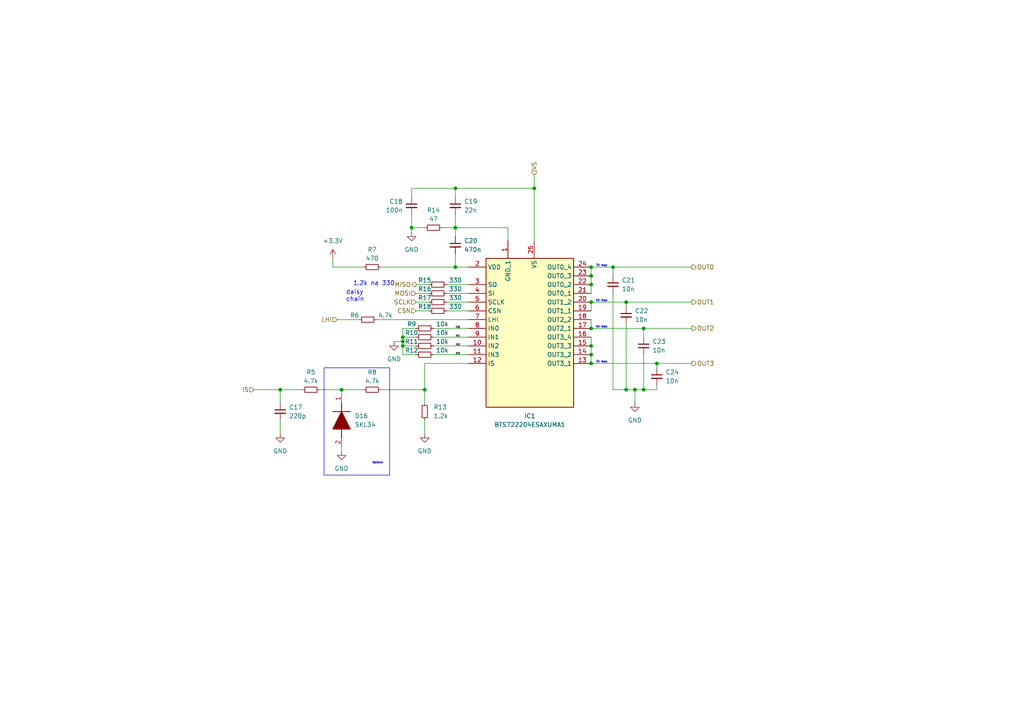
<source format=kicad_sch>
(kicad_sch (version 20231120) (generator "eeschema") (generator_version "8.0")
  (paper "A4")
  (lib_symbols
    (symbol "BTS722204ESAXUMA1_1"
      (property "Reference" "IC1" (at 17.78 -43.18 0))
      (property "Value" "BTS722204ESAXUMA1" (at 17.78 -45.72 0))
      (symbol "BTS722204ESAXUMA1_1_1_1"
        (rectangle (start 5.08 2.54) (end 30.48 -40.64) (stroke (width 0.254)) (fill (type background)))
        (pin passive line (at 11.43 7.62 270) (length 5.08) (name "GND_1") (number "1"))
        (pin passive line (at 0 -22.86 0) (length 5.08) (name "IN2") (number "10"))
        (pin passive line (at 0 -25.4 0) (length 5.08) (name "IN3") (number "11"))
        (pin passive line (at 0 -27.94 0) (length 5.08) (name "IS") (number "12"))
        (pin passive line (at 35.56 -27.94 180) (length 5.08) (name "OUT3_1") (number "13"))
        (pin passive line (at 35.56 -25.4 180) (length 5.08) (name "OUT3_2") (number "14"))
        (pin passive line (at 35.56 -22.86 180) (length 5.08) (name "OUT3_3") (number "15"))
        (pin passive line (at 35.56 -20.32 180) (length 5.08) (name "OUT3_4") (number "16"))
        (pin passive line (at 35.56 -17.78 180) (length 5.08) (name "OUT2_1") (number "17"))
        (pin passive line (at 35.56 -15.24 180) (length 5.08) (name "OUT2_2") (number "18"))
        (pin passive line (at 35.56 -12.7 180) (length 5.08) (name "OUT1_1") (number "19"))
        (pin passive line (at 0 0 0) (length 5.08) (name "VDD") (number "2"))
        (pin passive line (at 35.56 -10.16 180) (length 5.08) (name "OUT1_2") (number "20"))
        (pin passive line (at 35.56 -7.62 180) (length 5.08) (name "OUT0_1") (number "21"))
        (pin passive line (at 35.56 -5.08 180) (length 5.08) (name "OUT0_2") (number "22"))
        (pin passive line (at 35.56 -2.54 180) (length 5.08) (name "OUT0_3") (number "23"))
        (pin passive line (at 35.56 0 180) (length 5.08) (name "OUT0_4") (number "24"))
        (pin passive line (at 19.05 7.62 270) (length 5.08) (name "VS") (number "25"))
        (pin passive line (at 0 -5.08 0) (length 5.08) (name "SO") (number "3"))
        (pin passive line (at 0 -7.62 0) (length 5.08) (name "SI") (number "4"))
        (pin passive line (at 0 -10.16 0) (length 5.08) (name "SCLK") (number "5"))
        (pin passive line (at 0 -12.7 0) (length 5.08) (name "CSN") (number "6"))
        (pin passive line (at 0 -15.24 0) (length 5.08) (name "LHI") (number "7"))
        (pin passive line (at 0 -17.78 0) (length 5.08) (name "IN0") (number "8"))
        (pin passive line (at 0 -20.32 0) (length 5.08) (name "IN1") (number "9"))
      )
    )
    (symbol "Device:C_Small" (pin_numbers hide) (pin_names (offset 0.254) hide)
      (property "Reference" "C" (at 0.254 1.778 0))
      (property "Value" "C_Small" (at 0.254 -2.032 0))
      (symbol "C_Small_0_1"
        (polyline (pts (xy -1.524 -0.508) (xy 1.524 -0.508)) (stroke (width 0.3302)))
        (polyline (pts (xy -1.524 0.508) (xy 1.524 0.508)) (stroke (width 0.3048)))
      )
      (symbol "C_Small_1_1"
        (pin passive line (at 0 2.54 270) (length 2.032) (name "~") (number "1"))
        (pin passive line (at 0 -2.54 90) (length 2.032) (name "~") (number "2"))
      )
    )
    (symbol "Device:R_Small" (pin_numbers hide) (pin_names (offset 0.254) hide)
      (property "Reference" "R" (at 0.762 0.508 0))
      (property "Value" "R_Small" (at 0.762 -1.016 0))
      (symbol "R_Small_0_1"
        (rectangle (start -0.762 1.778) (end 0.762 -1.778) (stroke (width 0.2032)))
      )
      (symbol "R_Small_1_1"
        (pin passive line (at 0 2.54 270) (length 0.762) (name "~") (number "1"))
        (pin passive line (at 0 -2.54 90) (length 0.762) (name "~") (number "2"))
      )
    )
    (symbol "SKL34:SKL34" (pin_names hide)
      (property "Reference" "D" (at 11.43 5.08 0))
      (property "Value" "SKL34" (at 11.43 2.54 0))
      (symbol "SKL34_1_1"
        (polyline (pts (xy 2.54 0) (xy 5.08 0)) (stroke (width 0.254)))
        (polyline (pts (xy 5.08 2.54) (xy 5.08 -2.54)) (stroke (width 0.254)))
        (polyline (pts (xy 10.16 0) (xy 12.7 0)) (stroke (width 0.254)))
        (polyline (pts (xy 5.08 0) (xy 10.16 2.54) (xy 10.16 -2.54) (xy 5.08 0)) (stroke (width 0.254)) (fill (type outline)))
        (pin passive line (at 0 0 0) (length 2.54) (name "K") (number "1"))
        (pin passive line (at 15.24 0 180) (length 2.54) (name "A") (number "2"))
      )
    )
    (symbol "power:+3.3V" (power) (pin_names (offset 0))
      (property "Value" "+3.3V" (at 0 3.556 0))
      (symbol "+3.3V_0_1"
        (polyline (pts (xy -0.762 1.27) (xy 0 2.54)))
        (polyline (pts (xy 0 0) (xy 0 2.54)))
        (polyline (pts (xy 0 2.54) (xy 0.762 1.27)))
      )
      (symbol "+3.3V_1_1"
        (pin power_in line (at 0 0 90) (length 0) hide (name "+3.3V") (number "1"))
      )
    )
    (symbol "power:GND" (power) (pin_names (offset 0))
      (property "Value" "GND" (at 0 -3.81 0))
      (symbol "GND_0_1"
        (polyline (pts (xy 0 0) (xy 0 -1.27) (xy 1.27 -1.27) (xy 0 -2.54) (xy -1.27 -1.27) (xy 0 -1.27)))
      )
      (symbol "GND_1_1"
        (pin power_in line (at 0 0 270) (length 0) hide (name "GND") (number "1"))
      )
    )
  )
  (junction (at 116.84 97.79))
  (junction (at 171.45 82.55))
  (junction (at 132.08 66.04))
  (junction (at 181.61 87.63))
  (junction (at 171.45 77.47))
  (junction (at 171.45 105.41))
  (junction (at 181.61 113.03))
  (junction (at 81.28 113.03))
  (junction (at 171.45 102.87))
  (junction (at 116.84 100.33))
  (junction (at 119.38 66.04))
  (junction (at 171.45 87.63))
  (junction (at 171.45 95.25))
  (junction (at 132.08 77.47))
  (junction (at 154.94 54.61))
  (junction (at 186.69 95.25))
  (junction (at 190.5 105.41))
  (junction (at 184.15 113.03))
  (junction (at 171.45 80.01))
  (junction (at 186.69 113.03))
  (junction (at 177.8 77.47))
  (junction (at 132.08 54.61))
  (junction (at 123.19 113.03))
  (junction (at 171.45 100.33))
  (junction (at 116.84 99.06))
  (junction (at 99.06 113.03))
  (wire (pts (xy 120.65 85.09) (xy 124.46 85.09)))
  (wire (pts (xy 96.52 77.47) (xy 105.41 77.47)))
  (wire (pts (xy 184.15 113.03) (xy 186.69 113.03)))
  (wire (pts (xy 132.08 77.47) (xy 135.89 77.47)))
  (wire (pts (xy 92.71 113.03) (xy 99.06 113.03)))
  (wire (pts (xy 73.66 113.03) (xy 81.28 113.03)))
  (wire (pts (xy 119.38 66.04) (xy 123.19 66.04)))
  (wire (pts (xy 171.45 92.71) (xy 171.45 95.25)))
  (wire (pts (xy 116.84 100.33) (xy 116.84 102.87)))
  (wire (pts (xy 120.65 82.55) (xy 124.46 82.55)))
  (wire (pts (xy 125.73 97.79) (xy 135.89 97.79)))
  (wire (pts (xy 125.73 95.25) (xy 135.89 95.25)))
  (wire (pts (xy 171.45 100.33) (xy 171.45 102.87)))
  (wire (pts (xy 132.08 54.61) (xy 154.94 54.61)))
  (wire (pts (xy 181.61 88.9) (xy 181.61 87.63)))
  (wire (pts (xy 171.45 87.63) (xy 171.45 90.17)))
  (wire (pts (xy 186.69 113.03) (xy 190.5 113.03)))
  (wire (pts (xy 129.54 87.63) (xy 135.89 87.63)))
  (wire (pts (xy 181.61 93.98) (xy 181.61 113.03)))
  (wire (pts (xy 181.61 87.63) (xy 200.66 87.63)))
  (wire (pts (xy 132.08 73.66) (xy 132.08 77.47)))
  (wire (pts (xy 114.3 99.06) (xy 116.84 99.06)))
  (wire (pts (xy 190.5 111.76) (xy 190.5 113.03)))
  (wire (pts (xy 120.65 90.17) (xy 124.46 90.17)))
  (wire (pts (xy 190.5 105.41) (xy 200.66 105.41)))
  (wire (pts (xy 135.89 105.41) (xy 123.19 105.41)))
  (wire (pts (xy 132.08 62.23) (xy 132.08 66.04)))
  (wire (pts (xy 171.45 82.55) (xy 171.45 85.09)))
  (wire (pts (xy 171.45 102.87) (xy 171.45 105.41)))
  (wire (pts (xy 171.45 80.01) (xy 171.45 82.55)))
  (wire (pts (xy 171.45 87.63) (xy 181.61 87.63)))
  (wire (pts (xy 119.38 62.23) (xy 119.38 66.04)))
  (wire (pts (xy 186.69 102.87) (xy 186.69 113.03)))
  (wire (pts (xy 96.52 74.93) (xy 96.52 77.47)))
  (wire (pts (xy 154.94 50.8) (xy 154.94 54.61)))
  (wire (pts (xy 184.15 113.03) (xy 184.15 116.84)))
  (wire (pts (xy 171.45 105.41) (xy 190.5 105.41)))
  (wire (pts (xy 147.32 66.04) (xy 147.32 69.85)))
  (wire (pts (xy 116.84 95.25) (xy 116.84 97.79)))
  (wire (pts (xy 132.08 54.61) (xy 132.08 57.15)))
  (wire (pts (xy 177.8 77.47) (xy 200.66 77.47)))
  (wire (pts (xy 99.06 129.54) (xy 99.06 130.81)))
  (wire (pts (xy 81.28 113.03) (xy 81.28 116.84)))
  (wire (pts (xy 129.54 85.09) (xy 135.89 85.09)))
  (wire (pts (xy 99.06 113.03) (xy 105.41 113.03)))
  (wire (pts (xy 97.79 92.71) (xy 104.14 92.71)))
  (wire (pts (xy 110.49 113.03) (xy 123.19 113.03)))
  (wire (pts (xy 171.45 97.79) (xy 171.45 100.33)))
  (wire (pts (xy 171.45 95.25) (xy 186.69 95.25)))
  (wire (pts (xy 119.38 67.31) (xy 119.38 66.04)))
  (wire (pts (xy 132.08 66.04) (xy 128.27 66.04)))
  (wire (pts (xy 123.19 121.92) (xy 123.19 125.73)))
  (wire (pts (xy 186.69 97.79) (xy 186.69 95.25)))
  (wire (pts (xy 123.19 105.41) (xy 123.19 113.03)))
  (wire (pts (xy 110.49 77.47) (xy 132.08 77.47)))
  (wire (pts (xy 154.94 54.61) (xy 154.94 69.85)))
  (wire (pts (xy 119.38 54.61) (xy 132.08 54.61)))
  (wire (pts (xy 116.84 97.79) (xy 120.65 97.79)))
  (wire (pts (xy 129.54 90.17) (xy 135.89 90.17)))
  (wire (pts (xy 177.8 85.09) (xy 177.8 113.03)))
  (wire (pts (xy 116.84 102.87) (xy 120.65 102.87)))
  (wire (pts (xy 123.19 113.03) (xy 123.19 116.84)))
  (wire (pts (xy 99.06 114.3) (xy 99.06 113.03)))
  (wire (pts (xy 81.28 113.03) (xy 87.63 113.03)))
  (wire (pts (xy 177.8 113.03) (xy 181.61 113.03)))
  (wire (pts (xy 116.84 100.33) (xy 120.65 100.33)))
  (wire (pts (xy 125.73 100.33) (xy 135.89 100.33)))
  (wire (pts (xy 135.89 92.71) (xy 109.22 92.71)))
  (wire (pts (xy 119.38 57.15) (xy 119.38 54.61)))
  (wire (pts (xy 190.5 106.68) (xy 190.5 105.41)))
  (wire (pts (xy 81.28 121.92) (xy 81.28 125.73)))
  (wire (pts (xy 177.8 80.01) (xy 177.8 77.47)))
  (wire (pts (xy 116.84 95.25) (xy 120.65 95.25)))
  (wire (pts (xy 116.84 97.79) (xy 116.84 99.06)))
  (wire (pts (xy 171.45 77.47) (xy 171.45 80.01)))
  (wire (pts (xy 125.73 102.87) (xy 135.89 102.87)))
  (wire (pts (xy 132.08 66.04) (xy 147.32 66.04)))
  (wire (pts (xy 129.54 82.55) (xy 135.89 82.55)))
  (wire (pts (xy 120.65 87.63) (xy 124.46 87.63)))
  (wire (pts (xy 186.69 95.25) (xy 200.66 95.25)))
  (wire (pts (xy 116.84 99.06) (xy 116.84 100.33)))
  (wire (pts (xy 181.61 113.03) (xy 184.15 113.03)))
  (wire (pts (xy 132.08 66.04) (xy 132.08 68.58)))
  (wire (pts (xy 171.45 77.47) (xy 177.8 77.47)))
  (rectangle (start 93.98 106.68) (end 113.03 137.795))
  (text "7A max" (at 172.72 105.41 0) (effects (font (size 0.6 0.6)) (justify left bottom)))
  (text "Optional\n" (at 107.95 134.62 0) (effects (font (size 0.5 0.5)) (justify left bottom)))
  (text "4A max" (at 172.72 87.63 0) (effects (font (size 0.6 0.6)) (justify left bottom)))
  (text "4A max" (at 172.72 95.25 0) (effects (font (size 0.6 0.6)) (justify left bottom)))
  (text "daisy\nchain" (at 100.33 87.63 0) (effects (font (size 1.27 1.27)) (justify left bottom)))
  (text "7A max" (at 172.72 77.47 0) (effects (font (size 0.6 0.6)) (justify left bottom)))
  (text "1.2k na 330" (at 108.458 82.296 0) (effects (font (size 1.27 1.27))))
  (label "IN2" (at 132.08 100.33 0) (effects (font (size 0.5 0.5))))
  (label "IN0" (at 132.08 95.25 0) (effects (font (size 0.5 0.5))))
  (label "IN3" (at 132.08 102.87 0) (effects (font (size 0.5 0.5))))
  (label "IN1" (at 132.08 97.79 0) (effects (font (size 0.5 0.5))))
  (hierarchical_label "CSN" (shape input) (at 120.65 90.17 180))
  (hierarchical_label "MOSI" (shape input) (at 120.65 85.09 180))
  (hierarchical_label "OUT1" (shape output) (at 200.66 87.63 0))
  (hierarchical_label "VS" (shape input) (at 154.94 50.8 90))
  (hierarchical_label "OUT0" (shape output) (at 200.66 77.47 0))
  (hierarchical_label "OUT3" (shape output) (at 200.66 105.41 0))
  (hierarchical_label "OUT2" (shape output) (at 200.66 95.25 0))
  (hierarchical_label "SCLK" (shape input) (at 120.65 87.63 180))
  (hierarchical_label "IS" (shape input) (at 73.66 113.03 180))
  (hierarchical_label "LHI" (shape input) (at 97.79 92.71 180))
  (hierarchical_label "MISO" (shape output) (at 120.65 82.55 180))
  (symbol (lib_id "SKL34:SKL34") (at 99.06 114.3 270) (unit 1)
    (property "Reference" "D16" (at 102.87 120.6499 90) (effects (justify left)))
    (property "Value" "SKL34" (at 102.87 123.1899 90) (effects (justify left)))
    (property "Footprint" "SODFL3718X140N" (effects (hide yes)))
    (property "Datasheet" "http://diotec.com/tl_files/diotec/files/pdf/datasheets/skl32" (effects (hide yes)))
    (property "Description" "SMD Schottky Barrier Rectifier Diodes" (effects (hide yes)))
    (property "Height" "1.4" (effects (hide yes)))
    (property "Mouser Part Number" "637-SKL34" (effects (hide yes)))
    (property "Mouser Price/Stock" "https://www.mouser.co.uk/ProductDetail/Diotec-Semiconductor/SKL34?qs=OlC7AqGiEDlypja3QtYFUQ%3D%3D" (effects (hide yes)))
    (property "Manufacturer_Name" "Diotec" (effects (hide yes)))
    (property "Manufacturer_Part_Number" "SKL34" (effects (hide yes)))
    (instances (project "" (path "" (reference "D16") (unit 1)) (path "" (reference "D19") (unit 1)) (path "" (reference "D17") (unit 1)) (path "" (reference "D18") (unit 1))))
  )
  (symbol (lib_id "Device:R_Small") (at 127 90.17 90) (unit 1)
    (property "Reference" "R18" (at 123.19 88.9 90))
    (property "Value" "330" (at 132.08 88.9 90))
    (property "Footprint" "Resistor_SMD:R_0603_1608Metric_Pad0.98x0.95mm_HandSolder" (effects (hide yes)))
    (property "m" "560112116070" (effects (hide yes)))
    (instances (project "PUTM_EV_PDMv2_2024" (path "" (reference "R18") (unit 1)) (path "" (reference "R65") (unit 1)) (path "" (reference "R37") (unit 1)) (path "" (reference "R51") (unit 1))))
  )
  (symbol (lib_id "Device:R_Small") (at 123.19 100.33 90) (unit 1)
    (property "Reference" "R11" (at 119.38 99.06 90))
    (property "Value" "10k" (at 128.27 99.06 90))
    (property "Footprint" "Resistor_SMD:R_0603_1608Metric_Pad0.98x0.95mm_HandSolder" (effects (hide yes)))
    (property "m" "CRGH0603F10K" (effects (hide yes)))
    (instances (project "PUTM_EV_PDMv2_2024" (path "" (reference "R11") (unit 1)) (path "" (reference "R58") (unit 1)) (path "" (reference "R30") (unit 1)) (path "" (reference "R44") (unit 1))))
  )
  (symbol (lib_id "power:GND") (at 99.06 130.81 0) (unit 1)
    (property "Reference" "#PWR058" (effects (hide yes)))
    (property "Value" "GND" (at 99.06 135.89 0))
    (instances (project "" (path "" (reference "#PWR058") (unit 1)) (path "" (reference "#PWR0105") (unit 1)) (path "" (reference "#PWR044") (unit 1)) (path "" (reference "#PWR051") (unit 1))))
  )
  (symbol (lib_id "power:+3.3V") (at 96.52 74.93 0) (unit 1)
    (property "Reference" "#PWR057" (effects (hide yes)))
    (property "Value" "+3.3V" (at 96.52 69.85 0))
    (instances (project "" (path "" (reference "#PWR057") (unit 1)) (path "" (reference "#PWR0106") (unit 1)) (path "" (reference "#PWR043") (unit 1)) (path "" (reference "#PWR050") (unit 1))))
  )
  (symbol (lib_id "power:GND") (at 119.38 67.31 0) (unit 1)
    (property "Reference" "#PWR060" (effects (hide yes)))
    (property "Value" "GND" (at 119.38 72.39 0))
    (instances (project "" (path "" (reference "#PWR060") (unit 1)) (path "" (reference "#PWR0101") (unit 1)) (path "" (reference "#PWR046") (unit 1)) (path "" (reference "#PWR053") (unit 1))))
  )
  (symbol (lib_id "Device:R_Small") (at 123.19 119.38 0) (unit 1)
    (property "Reference" "R13" (at 125.73 118.11 0) (effects (justify left)))
    (property "Value" "1.2k" (at 125.73 120.65 0) (effects (justify left)))
    (property "Footprint" "Resistor_SMD:R_0603_1608Metric_Pad0.98x0.95mm_HandSolder" (effects (hide yes)))
    (property "m" "560112116070" (effects (hide yes)))
    (instances (project "PUTM_EV_PDMv2_2024" (path "" (reference "R13") (unit 1)) (path "" (reference "R60") (unit 1)) (path "" (reference "R32") (unit 1)) (path "" (reference "R46") (unit 1))))
  )
  (symbol (lib_id "power:GND") (at 81.28 125.73 0) (unit 1)
    (property "Reference" "#PWR056" (effects (hide yes)))
    (property "Value" "GND" (at 81.28 130.81 0))
    (instances (project "" (path "" (reference "#PWR056") (unit 1)) (path "" (reference "#PWR0104") (unit 1)) (path "" (reference "#PWR042") (unit 1)) (path "" (reference "#PWR049") (unit 1))))
  )
  (symbol (lib_id "Device:R_Small") (at 123.19 95.25 90) (unit 1)
    (property "Reference" "R9" (at 119.38 93.98 90))
    (property "Value" "10k" (at 128.27 93.98 90))
    (property "Footprint" "Resistor_SMD:R_0603_1608Metric_Pad0.98x0.95mm_HandSolder" (effects (hide yes)))
    (property "m" "CRGH0603F10K" (effects (hide yes)))
    (instances (project "PUTM_EV_PDMv2_2024" (path "" (reference "R9") (unit 1)) (path "" (reference "R56") (unit 1)) (path "" (reference "R28") (unit 1)) (path "" (reference "R42") (unit 1))))
  )
  (symbol (lib_id "Device:C_Small") (at 132.08 71.12 0) (unit 1)
    (property "Reference" "C20" (at 134.62 69.8563 0) (effects (justify left)))
    (property "Value" "470n" (at 134.62 72.3963 0) (effects (justify left)))
    (property "Footprint" "Capacitor_SMD:C_0603_1608Metric_Pad1.08x0.95mm_HandSolder" (effects (hide yes)))
    (property "m" "UMK107ABJ474KA-T" (effects (hide yes)))
    (instances (project "PUTM_EV_PDMv2_2024" (path "" (reference "C20") (unit 1)) (path "" (reference "C48") (unit 1)) (path "" (reference "C32") (unit 1)) (path "" (reference "C40") (unit 1))))
  )
  (symbol (lib_name "BTS722204ESAXUMA1_1") (lib_id "BTS722204ESAXUMA1:BTS722204ESAXUMA1") (at 135.89 77.47 0) (unit 1)
    (property "Reference" "IC1" (at 153.67 120.65 0))
    (property "Value" "BTS722204ESAXUMA1" (at 153.67 123.19 0))
    (property "Footprint" "SOP65P600X115-25N" (effects (hide yes)))
    (property "Datasheet" "https://www.infineon.com/dgdl/Infineon-BTS72220-4ESA-DS-v01_00-EN.pdf?fileId=5546d462636cc8fb0163feab173708d9" (effects (hide yes)))
    (property "Description" "Power Switch ICs - Power Distribution SPOC" (effects (hide yes)))
    (property "Height" "1.15" (effects (hide yes)))
    (property "Mouser Part Number" "726-BTS722204ESAXUMA" (effects (hide yes)))
    (property "Mouser Price/Stock" "https://www.mouser.co.uk/ProductDetail/Infineon-Technologies/BTS722204ESAXUMA1?qs=%252BEew9%252B0nqrBKRVYWm1E2Qg%3D%3D" (effects (hide yes)))
    (property "Manufacturer_Name" "Infineon" (effects (hide yes)))
    (property "Manufacturer_Part_Number" "BTS722204ESAXUMA1" (effects (hide yes)))
    (instances (project "" (path "" (reference "IC1") (unit 1)) (path "" (reference "IC4") (unit 1)) (path "" (reference "IC2") (unit 1)) (path "" (reference "IC3") (unit 1))))
  )
  (symbol (lib_id "power:GND") (at 114.3 99.06 0) (unit 1)
    (property "Reference" "#PWR059" (effects (hide yes)))
    (property "Value" "GND" (at 114.3 104.14 0))
    (instances (project "" (path "" (reference "#PWR059") (unit 1)) (path "" (reference "#PWR0107") (unit 1)) (path "" (reference "#PWR045") (unit 1)) (path "" (reference "#PWR052") (unit 1))))
  )
  (symbol (lib_id "Device:R_Small") (at 127 82.55 90) (unit 1)
    (property "Reference" "R15" (at 123.19 81.28 90))
    (property "Value" "330" (at 132.08 81.28 90))
    (property "Footprint" "Resistor_SMD:R_0603_1608Metric_Pad0.98x0.95mm_HandSolder" (effects (hide yes)))
    (property "m" "560112116070" (effects (hide yes)))
    (instances (project "PUTM_EV_PDMv2_2024" (path "" (reference "R15") (unit 1)) (path "" (reference "R62") (unit 1)) (path "" (reference "R34") (unit 1)) (path "" (reference "R48") (unit 1))))
  )
  (symbol (lib_id "Device:R_Small") (at 107.95 113.03 90) (unit 1)
    (property "Reference" "R8" (at 107.95 107.95 90))
    (property "Value" "4.7k" (at 107.95 110.49 90))
    (property "Footprint" "Resistor_SMD:R_0603_1608Metric_Pad0.98x0.95mm_HandSolder" (effects (hide yes)))
    (property "m" "RCC06034K70FKEA" (effects (hide yes)))
    (instances (project "PUTM_EV_PDMv2_2024" (path "" (reference "R8") (unit 1)) (path "" (reference "R55") (unit 1)) (path "" (reference "R27") (unit 1)) (path "" (reference "R41") (unit 1))))
  )
  (symbol (lib_id "Device:C_Small") (at 81.28 119.38 0) (unit 1)
    (property "Reference" "C17" (at 83.82 118.1163 0) (effects (justify left)))
    (property "Value" "220p" (at 83.82 120.6563 0) (effects (justify left)))
    (property "Footprint" "Capacitor_SMD:C_0603_1608Metric_Pad1.08x0.95mm_HandSolder" (effects (hide yes)))
    (property "m" "C0603C221M8HACTU" (effects (hide yes)))
    (instances (project "PUTM_EV_PDMv2_2024" (path "" (reference "C17") (unit 1)) (path "" (reference "C45") (unit 1)) (path "" (reference "C29") (unit 1)) (path "" (reference "C37") (unit 1))))
  )
  (symbol (lib_id "Device:R_Small") (at 125.73 66.04 90) (unit 1)
    (property "Reference" "R14" (at 125.73 60.96 90))
    (property "Value" "47" (at 125.73 63.5 90))
    (property "Footprint" "Resistor_SMD:R_0603_1608Metric_Pad0.98x0.95mm_HandSolder" (effects (hide yes)))
    (property "m" "RC0603FR-7W47RL" (effects (hide yes)))
    (instances (project "PUTM_EV_PDMv2_2024" (path "" (reference "R14") (unit 1)) (path "" (reference "R61") (unit 1)) (path "" (reference "R33") (unit 1)) (path "" (reference "R47") (unit 1))))
  )
  (symbol (lib_id "Device:C_Small") (at 119.38 59.69 0) (unit 1)
    (property "Reference" "C18" (at 116.84 58.4263 0) (effects (justify right)))
    (property "Value" "100n" (at 116.84 60.9663 0) (effects (justify right)))
    (property "Footprint" "Capacitor_SMD:C_0603_1608Metric_Pad1.08x0.95mm_HandSolder" (effects (hide yes)))
    (property "m" "C0603C104K5RAC3121" (effects (hide yes)))
    (instances (project "PUTM_EV_PDMv2_2024" (path "" (reference "C18") (unit 1)) (path "" (reference "C46") (unit 1)) (path "" (reference "C30") (unit 1)) (path "" (reference "C38") (unit 1))))
  )
  (symbol (lib_id "Device:C_Small") (at 132.08 59.69 0) (mirror y) (unit 1)
    (property "Reference" "C19" (at 134.62 58.4263 0) (effects (justify right)))
    (property "Value" "22n" (at 134.62 60.9663 0) (effects (justify right)))
    (property "Footprint" "Capacitor_SMD:C_0603_1608Metric_Pad1.08x0.95mm_HandSolder" (effects (hide yes)))
    (property "m" "C0603C223K5RACTM" (effects (hide yes)))
    (instances (project "PUTM_EV_PDMv2_2024" (path "" (reference "C19") (unit 1)) (path "" (reference "C47") (unit 1)) (path "" (reference "C31") (unit 1)) (path "" (reference "C39") (unit 1))))
  )
  (symbol (lib_id "Device:R_Small") (at 127 85.09 90) (unit 1)
    (property "Reference" "R16" (at 123.19 83.82 90))
    (property "Value" "330" (at 132.08 83.82 90))
    (property "Footprint" "Resistor_SMD:R_0603_1608Metric_Pad0.98x0.95mm_HandSolder" (effects (hide yes)))
    (property "m" "560112116070" (effects (hide yes)))
    (instances (project "PUTM_EV_PDMv2_2024" (path "" (reference "R16") (unit 1)) (path "" (reference "R63") (unit 1)) (path "" (reference "R35") (unit 1)) (path "" (reference "R49") (unit 1))))
  )
  (symbol (lib_id "Device:R_Small") (at 107.95 77.47 90) (unit 1)
    (property "Reference" "R7" (at 107.95 72.39 90))
    (property "Value" "470" (at 107.95 74.93 90))
    (property "Footprint" "Resistor_SMD:R_0603_1608Metric_Pad0.98x0.95mm_HandSolder" (effects (hide yes)))
    (property "m" "AC0603JR-7W470RL" (effects (hide yes)))
    (instances (project "PUTM_EV_PDMv2_2024" (path "" (reference "R7") (unit 1)) (path "" (reference "R54") (unit 1)) (path "" (reference "R26") (unit 1)) (path "" (reference "R40") (unit 1))))
  )
  (symbol (lib_id "power:GND") (at 184.15 116.84 0) (unit 1)
    (property "Reference" "#PWR062" (effects (hide yes)))
    (property "Value" "GND" (at 184.15 121.92 0))
    (instances (project "" (path "" (reference "#PWR062") (unit 1)) (path "" (reference "#PWR0102") (unit 1)) (path "" (reference "#PWR048") (unit 1)) (path "" (reference "#PWR055") (unit 1))))
  )
  (symbol (lib_id "Device:C_Small") (at 177.8 82.55 0) (unit 1)
    (property "Reference" "C21" (at 180.34 81.2863 0) (effects (justify left)))
    (property "Value" "10n" (at 180.34 83.8263 0) (effects (justify left)))
    (property "Footprint" "Capacitor_SMD:C_0805_2012Metric" (effects (hide yes)))
    (property "m" "C0603C103J5RAC7411" (effects (hide yes)))
    (instances (project "PUTM_EV_PDMv2_2024" (path "" (reference "C21") (unit 1)) (path "" (reference "C49") (unit 1)) (path "" (reference "C33") (unit 1)) (path "" (reference "C41") (unit 1))))
  )
  (symbol (lib_id "Device:R_Small") (at 123.19 97.79 90) (unit 1)
    (property "Reference" "R10" (at 119.38 96.52 90))
    (property "Value" "10k" (at 128.27 96.52 90))
    (property "Footprint" "Resistor_SMD:R_0603_1608Metric_Pad0.98x0.95mm_HandSolder" (effects (hide yes)))
    (property "m" "CRGH0603F10K" (effects (hide yes)))
    (instances (project "PUTM_EV_PDMv2_2024" (path "" (reference "R10") (unit 1)) (path "" (reference "R57") (unit 1)) (path "" (reference "R29") (unit 1)) (path "" (reference "R43") (unit 1))))
  )
  (symbol (lib_id "Device:C_Small") (at 186.69 100.33 0) (unit 1)
    (property "Reference" "C23" (at 189.23 99.0663 0) (effects (justify left)))
    (property "Value" "10n" (at 189.23 101.6063 0) (effects (justify left)))
    (property "Footprint" "Capacitor_SMD:C_0805_2012Metric" (effects (hide yes)))
    (property "m" "C0603C103J5RAC7411" (effects (hide yes)))
    (instances (project "PUTM_EV_PDMv2_2024" (path "" (reference "C23") (unit 1)) (path "" (reference "C51") (unit 1)) (path "" (reference "C35") (unit 1)) (path "" (reference "C43") (unit 1))))
  )
  (symbol (lib_id "power:GND") (at 123.19 125.73 0) (unit 1)
    (property "Reference" "#PWR061" (effects (hide yes)))
    (property "Value" "GND" (at 123.19 130.81 0))
    (instances (project "" (path "" (reference "#PWR061") (unit 1)) (path "" (reference "#PWR0103") (unit 1)) (path "" (reference "#PWR047") (unit 1)) (path "" (reference "#PWR054") (unit 1))))
  )
  (symbol (lib_id "Device:C_Small") (at 190.5 109.22 0) (unit 1)
    (property "Reference" "C24" (at 193.04 107.9563 0) (effects (justify left)))
    (property "Value" "10n" (at 193.04 110.4963 0) (effects (justify left)))
    (property "Footprint" "Capacitor_SMD:C_0805_2012Metric" (effects (hide yes)))
    (property "m" "C0603C103J5RAC7411" (effects (hide yes)))
    (instances (project "PUTM_EV_PDMv2_2024" (path "" (reference "C24") (unit 1)) (path "" (reference "C52") (unit 1)) (path "" (reference "C36") (unit 1)) (path "" (reference "C44") (unit 1))))
  )
  (symbol (lib_id "Device:R_Small") (at 106.68 92.71 90) (unit 1)
    (property "Reference" "R6" (at 102.87 91.44 90))
    (property "Value" "4.7k" (at 111.76 91.44 90))
    (property "Footprint" "Resistor_SMD:R_0603_1608Metric_Pad0.98x0.95mm_HandSolder" (effects (hide yes)))
    (property "m" "RCC06034K70FKEA" (effects (hide yes)))
    (instances (project "PUTM_EV_PDMv2_2024" (path "" (reference "R6") (unit 1)) (path "" (reference "R53") (unit 1)) (path "" (reference "R25") (unit 1)) (path "" (reference "R39") (unit 1))))
  )
  (symbol (lib_id "Device:R_Small") (at 90.17 113.03 90) (unit 1)
    (property "Reference" "R5" (at 90.17 107.95 90))
    (property "Value" "4.7k" (at 90.17 110.49 90))
    (property "Footprint" "Resistor_SMD:R_0603_1608Metric_Pad0.98x0.95mm_HandSolder" (effects (hide yes)))
    (property "m" "RCC06034K70FKEA" (effects (hide yes)))
    (instances (project "PUTM_EV_PDMv2_2024" (path "" (reference "R5") (unit 1)) (path "" (reference "R52") (unit 1)) (path "" (reference "R24") (unit 1)) (path "" (reference "R38") (unit 1))))
  )
  (symbol (lib_id "Device:R_Small") (at 123.19 102.87 90) (unit 1)
    (property "Reference" "R12" (at 119.38 101.6 90))
    (property "Value" "10k" (at 128.27 101.6 90))
    (property "Footprint" "Resistor_SMD:R_0603_1608Metric_Pad0.98x0.95mm_HandSolder" (effects (hide yes)))
    (property "m" "CRGH0603F10K" (effects (hide yes)))
    (instances (project "PUTM_EV_PDMv2_2024" (path "" (reference "R12") (unit 1)) (path "" (reference "R59") (unit 1)) (path "" (reference "R31") (unit 1)) (path "" (reference "R45") (unit 1))))
  )
  (symbol (lib_id "Device:R_Small") (at 127 87.63 90) (unit 1)
    (property "Reference" "R17" (at 123.19 86.36 90))
    (property "Value" "330" (at 132.08 86.36 90))
    (property "Footprint" "Resistor_SMD:R_0603_1608Metric_Pad0.98x0.95mm_HandSolder" (effects (hide yes)))
    (property "m" "560112116070" (effects (hide yes)))
    (instances (project "PUTM_EV_PDMv2_2024" (path "" (reference "R17") (unit 1)) (path "" (reference "R64") (unit 1)) (path "" (reference "R36") (unit 1)) (path "" (reference "R50") (unit 1))))
  )
  (symbol (lib_id "Device:C_Small") (at 181.61 91.44 0) (unit 1)
    (property "Reference" "C22" (at 184.15 90.1763 0) (effects (justify left)))
    (property "Value" "10n" (at 184.15 92.7163 0) (effects (justify left)))
    (property "Footprint" "Capacitor_SMD:C_0805_2012Metric" (effects (hide yes)))
    (property "m" "C0603C103J5RAC7411" (effects (hide yes)))
    (instances (project "PUTM_EV_PDMv2_2024" (path "" (reference "C22") (unit 1)) (path "" (reference "C50") (unit 1)) (path "" (reference "C34") (unit 1)) (path "" (reference "C42") (unit 1))))
  )
)
</source>
